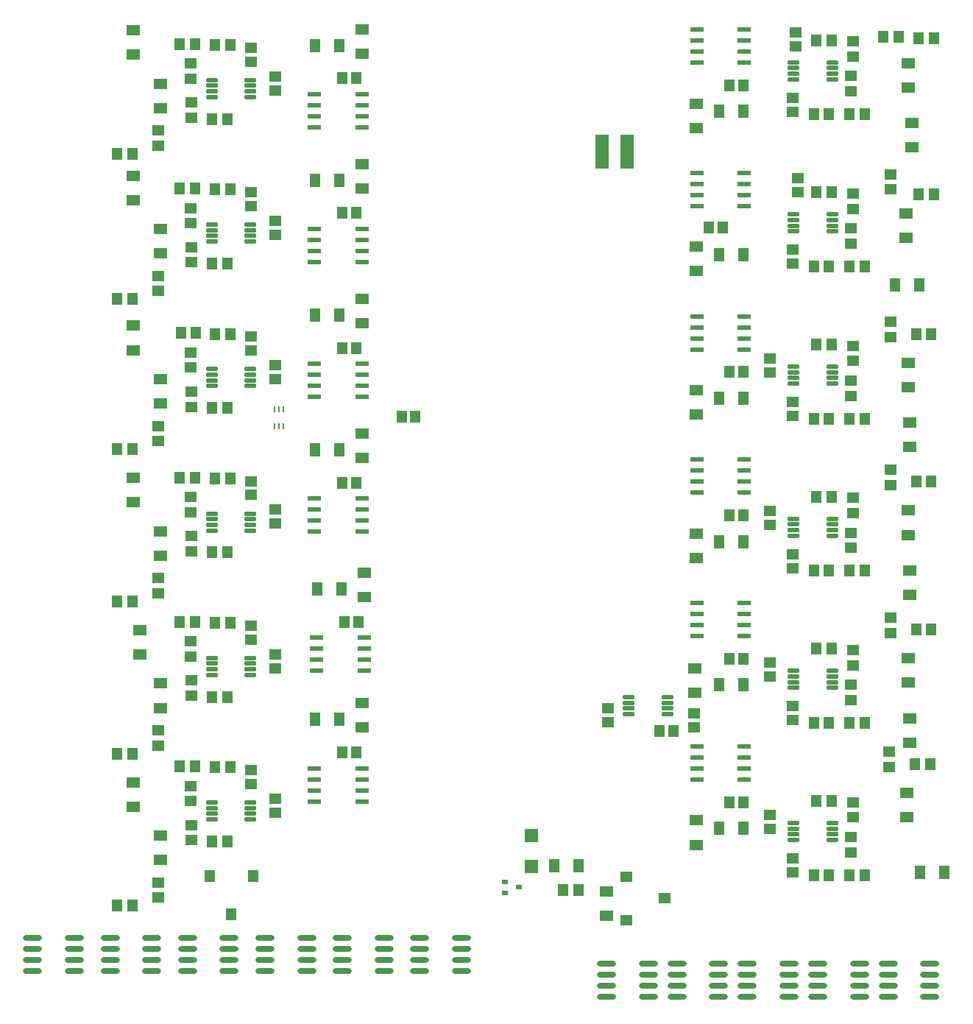
<source format=gbr>
%TF.GenerationSoftware,Altium Limited,Altium Designer,19.1.9 (167)*%
G04 Layer_Color=8421504*
%FSLAX26Y26*%
%MOIN*%
%TF.FileFunction,Paste,Top*%
%TF.Part,Single*%
G01*
G75*
%TA.AperFunction,SMDPad,CuDef*%
%ADD10R,0.062992X0.153543*%
%ADD11R,0.047244X0.055118*%
%ADD12R,0.010787X0.029654*%
%ADD13R,0.047244X0.064961*%
%ADD14R,0.045276X0.053150*%
%ADD15R,0.059843X0.023622*%
%ADD16R,0.031496X0.023622*%
G04:AMPARAMS|DCode=17|XSize=17.716mil|YSize=53.15mil|CornerRadius=1.949mil|HoleSize=0mil|Usage=FLASHONLY|Rotation=270.000|XOffset=0mil|YOffset=0mil|HoleType=Round|Shape=RoundedRectangle|*
%AMROUNDEDRECTD17*
21,1,0.017716,0.049252,0,0,270.0*
21,1,0.013819,0.053150,0,0,270.0*
1,1,0.003898,-0.024626,-0.006910*
1,1,0.003898,-0.024626,0.006910*
1,1,0.003898,0.024626,0.006910*
1,1,0.003898,0.024626,-0.006910*
%
%ADD17ROUNDEDRECTD17*%
%ADD18R,0.059055X0.059055*%
%ADD19R,0.055118X0.051181*%
%ADD20R,0.051181X0.055118*%
%ADD21R,0.055118X0.047244*%
%ADD22R,0.053150X0.045276*%
%ADD23R,0.064961X0.047244*%
%ADD24O,0.086614X0.023622*%
D10*
X2718504Y4165354D02*
D03*
X2832677D02*
D03*
D11*
X942676Y887512D02*
D03*
X1041101Y714283D02*
D03*
X1139527Y887512D02*
D03*
D12*
X1236221Y2999957D02*
D03*
X1255906D02*
D03*
X1275591D02*
D03*
Y2921303D02*
D03*
X1255906D02*
D03*
X1236221D02*
D03*
D13*
X3360630Y4348819D02*
D03*
X3250394D02*
D03*
X3360630Y1102362D02*
D03*
X3250394D02*
D03*
X1421260Y4645669D02*
D03*
X1531496D02*
D03*
X1421260Y4035433D02*
D03*
X1531496D02*
D03*
X1421260Y3425197D02*
D03*
X1531496D02*
D03*
X1421260Y2814961D02*
D03*
X1531496D02*
D03*
X3360630Y2400945D02*
D03*
X3250394D02*
D03*
X1431102Y2185039D02*
D03*
X1541339D02*
D03*
X3360630Y3699528D02*
D03*
X3250394D02*
D03*
X1421260Y1594488D02*
D03*
X1531496D02*
D03*
X4161417Y901575D02*
D03*
X4271654D02*
D03*
X4157480Y3562992D02*
D03*
X4047244D02*
D03*
X2503937Y933071D02*
D03*
X2614173D02*
D03*
X3360630Y1751654D02*
D03*
X3250394D02*
D03*
X3360630Y3050236D02*
D03*
X3250394D02*
D03*
D14*
X3909646Y4335630D02*
D03*
X3840748D02*
D03*
X3748229Y890940D02*
D03*
X3679331D02*
D03*
X966535Y4648622D02*
D03*
X1035433D02*
D03*
X966535Y3994488D02*
D03*
X1035433D02*
D03*
X966535Y3340354D02*
D03*
X1035433D02*
D03*
X966535Y2686221D02*
D03*
X1035433D02*
D03*
X3748229Y2268816D02*
D03*
X3679331D02*
D03*
X966535Y2032087D02*
D03*
X1035433D02*
D03*
X3748229Y3646692D02*
D03*
X3679331D02*
D03*
X966535Y1377953D02*
D03*
X1035433D02*
D03*
X3691142Y1225586D02*
D03*
X3760039D02*
D03*
X954724Y4313976D02*
D03*
X1023622D02*
D03*
X954724Y3659843D02*
D03*
X1023622D02*
D03*
X954724Y3005709D02*
D03*
X1023622D02*
D03*
X954724Y2351575D02*
D03*
X1023622D02*
D03*
X3760039Y2603462D02*
D03*
X3691142D02*
D03*
X954724Y1697441D02*
D03*
X1023622D02*
D03*
X3760039Y3981338D02*
D03*
X3691142D02*
D03*
X954724Y1043307D02*
D03*
X1023622D02*
D03*
X3909646Y890940D02*
D03*
X3840748D02*
D03*
X876968Y4652559D02*
D03*
X808071D02*
D03*
Y3998425D02*
D03*
X876968D02*
D03*
X812008Y3346457D02*
D03*
X880905D02*
D03*
X808071Y2690158D02*
D03*
X876968D02*
D03*
X3840748Y2268816D02*
D03*
X3909646D02*
D03*
X808071Y2036024D02*
D03*
X876968D02*
D03*
X3840748Y3646692D02*
D03*
X3909646D02*
D03*
X808071Y1381890D02*
D03*
X876968D02*
D03*
X593504Y4157480D02*
D03*
X524606D02*
D03*
X593504Y3498032D02*
D03*
X524606D02*
D03*
X593504Y2818898D02*
D03*
X524606D02*
D03*
X593504Y2129921D02*
D03*
X524606D02*
D03*
X593504Y1440945D02*
D03*
X524606D02*
D03*
X593504Y751968D02*
D03*
X524606D02*
D03*
X4136811Y1393701D02*
D03*
X4205709D02*
D03*
X4142717Y2001968D02*
D03*
X4211614D02*
D03*
Y2671260D02*
D03*
X4142717D02*
D03*
X4211614Y3340551D02*
D03*
X4142717D02*
D03*
X4223425Y3972441D02*
D03*
X4154528D02*
D03*
X4223425Y4681102D02*
D03*
X4154528D02*
D03*
X3993110Y4685039D02*
D03*
X4062008D02*
D03*
X2613189Y822835D02*
D03*
X2544291D02*
D03*
X3748229Y1579878D02*
D03*
X3679331D02*
D03*
X3748229Y2957754D02*
D03*
X3679331D02*
D03*
X3748229Y4335630D02*
D03*
X3679331D02*
D03*
X3691142Y1914524D02*
D03*
X3760039D02*
D03*
X3691142Y3292400D02*
D03*
X3760039D02*
D03*
X3691142Y4670276D02*
D03*
X3760039D02*
D03*
X3909646Y1579878D02*
D03*
X3840748D02*
D03*
X3909646Y2957754D02*
D03*
X3840748D02*
D03*
D15*
X3149347Y4719094D02*
D03*
Y4669094D02*
D03*
Y4619094D02*
D03*
Y4569094D02*
D03*
X3365095Y4719094D02*
D03*
Y4669094D02*
D03*
Y4619094D02*
D03*
Y4569094D02*
D03*
X3149347Y1472638D02*
D03*
Y1422638D02*
D03*
Y1372638D02*
D03*
Y1322638D02*
D03*
X3365095Y1472638D02*
D03*
Y1422638D02*
D03*
Y1372638D02*
D03*
Y1322638D02*
D03*
X1632543Y4275394D02*
D03*
Y4325394D02*
D03*
Y4375394D02*
D03*
Y4425394D02*
D03*
X1416795Y4275394D02*
D03*
Y4325394D02*
D03*
Y4375394D02*
D03*
Y4425394D02*
D03*
X1632543Y3665157D02*
D03*
Y3715157D02*
D03*
Y3765157D02*
D03*
Y3815157D02*
D03*
X1416795Y3665157D02*
D03*
Y3715157D02*
D03*
Y3765157D02*
D03*
Y3815157D02*
D03*
X1632543Y3054921D02*
D03*
Y3104921D02*
D03*
Y3154921D02*
D03*
Y3204921D02*
D03*
X1416795Y3054921D02*
D03*
Y3104921D02*
D03*
Y3154921D02*
D03*
Y3204921D02*
D03*
X1632543Y2444685D02*
D03*
Y2494685D02*
D03*
Y2544685D02*
D03*
Y2594685D02*
D03*
X1416795Y2444685D02*
D03*
Y2494685D02*
D03*
Y2544685D02*
D03*
Y2594685D02*
D03*
X3149347Y2771220D02*
D03*
Y2721220D02*
D03*
Y2671220D02*
D03*
Y2621220D02*
D03*
X3365095Y2771220D02*
D03*
Y2721220D02*
D03*
Y2671220D02*
D03*
Y2621220D02*
D03*
X1642386Y1814764D02*
D03*
Y1864764D02*
D03*
Y1914764D02*
D03*
Y1964764D02*
D03*
X1426638Y1814764D02*
D03*
Y1864764D02*
D03*
Y1914764D02*
D03*
Y1964764D02*
D03*
X3149347Y4069803D02*
D03*
Y4019803D02*
D03*
Y3969803D02*
D03*
Y3919803D02*
D03*
X3365095Y4069803D02*
D03*
Y4019803D02*
D03*
Y3969803D02*
D03*
Y3919803D02*
D03*
X1632543Y1224213D02*
D03*
Y1274213D02*
D03*
Y1324213D02*
D03*
Y1374213D02*
D03*
X1416795Y1224213D02*
D03*
Y1274213D02*
D03*
Y1324213D02*
D03*
Y1374213D02*
D03*
X3149347Y2121929D02*
D03*
Y2071929D02*
D03*
Y2021929D02*
D03*
Y1971929D02*
D03*
X3365095Y2121929D02*
D03*
Y2071929D02*
D03*
Y2021929D02*
D03*
Y1971929D02*
D03*
X3149347Y3420512D02*
D03*
Y3370512D02*
D03*
Y3320512D02*
D03*
Y3270512D02*
D03*
X3365095Y3420512D02*
D03*
Y3370512D02*
D03*
Y3320512D02*
D03*
Y3270512D02*
D03*
D16*
X2342520Y834646D02*
D03*
X2279528Y809055D02*
D03*
Y860236D02*
D03*
D17*
X3586811Y4494094D02*
D03*
X3762008D02*
D03*
Y4519685D02*
D03*
Y4545275D02*
D03*
Y4570866D02*
D03*
X3586811Y4519685D02*
D03*
Y4545275D02*
D03*
Y4570866D02*
D03*
Y1049404D02*
D03*
X3762008D02*
D03*
Y1074995D02*
D03*
Y1100585D02*
D03*
Y1126176D02*
D03*
X3586811Y1074995D02*
D03*
Y1100585D02*
D03*
Y1126176D02*
D03*
X1127953Y4490158D02*
D03*
X952756D02*
D03*
Y4464567D02*
D03*
Y4438976D02*
D03*
Y4413386D02*
D03*
X1127953Y4464567D02*
D03*
Y4438976D02*
D03*
Y4413386D02*
D03*
Y3836024D02*
D03*
X952756D02*
D03*
Y3810433D02*
D03*
Y3784843D02*
D03*
Y3759252D02*
D03*
X1127953Y3810433D02*
D03*
Y3784843D02*
D03*
Y3759252D02*
D03*
Y3181890D02*
D03*
X952756D02*
D03*
Y3156299D02*
D03*
Y3130709D02*
D03*
Y3105118D02*
D03*
X1127953Y3156299D02*
D03*
Y3130709D02*
D03*
Y3105118D02*
D03*
Y2527756D02*
D03*
X952756D02*
D03*
Y2502166D02*
D03*
Y2476575D02*
D03*
Y2450985D02*
D03*
X1127953Y2502166D02*
D03*
Y2476575D02*
D03*
Y2450985D02*
D03*
X3586811Y2427280D02*
D03*
X3762008D02*
D03*
Y2452871D02*
D03*
Y2478461D02*
D03*
Y2504052D02*
D03*
X3586811Y2452871D02*
D03*
Y2478461D02*
D03*
Y2504052D02*
D03*
X1127953Y1873622D02*
D03*
X952756D02*
D03*
Y1848032D02*
D03*
Y1822441D02*
D03*
Y1796851D02*
D03*
X1127953Y1848032D02*
D03*
Y1822441D02*
D03*
Y1796851D02*
D03*
X3586811Y3805156D02*
D03*
X3762008D02*
D03*
Y3830747D02*
D03*
Y3856338D02*
D03*
Y3881928D02*
D03*
X3586811Y3830747D02*
D03*
Y3856338D02*
D03*
Y3881928D02*
D03*
X1127953Y1219489D02*
D03*
X952756D02*
D03*
Y1193898D02*
D03*
Y1168307D02*
D03*
Y1142717D02*
D03*
X1127953Y1193898D02*
D03*
Y1168307D02*
D03*
Y1142717D02*
D03*
X3016732Y1619094D02*
D03*
Y1644685D02*
D03*
Y1670275D02*
D03*
X2841535Y1619094D02*
D03*
Y1644685D02*
D03*
Y1670275D02*
D03*
Y1695866D02*
D03*
X3016732D02*
D03*
X3586811Y1738342D02*
D03*
X3762008D02*
D03*
Y1763933D02*
D03*
Y1789524D02*
D03*
Y1815114D02*
D03*
X3586811Y1763933D02*
D03*
Y1789524D02*
D03*
Y1815114D02*
D03*
Y3116218D02*
D03*
X3762008D02*
D03*
Y3141809D02*
D03*
Y3167400D02*
D03*
Y3192990D02*
D03*
X3586811Y3141809D02*
D03*
Y3167400D02*
D03*
Y3192990D02*
D03*
D18*
X2401575Y1068898D02*
D03*
Y931102D02*
D03*
D19*
X3583858Y965743D02*
D03*
Y902751D02*
D03*
X1130905Y4573819D02*
D03*
Y4636811D02*
D03*
Y3919685D02*
D03*
Y3982677D02*
D03*
Y3265551D02*
D03*
Y3328543D02*
D03*
Y2611418D02*
D03*
Y2674410D02*
D03*
X3583858Y2343619D02*
D03*
Y2280627D02*
D03*
X1130905Y1957284D02*
D03*
Y2020276D02*
D03*
X3583858Y3721495D02*
D03*
Y3658503D02*
D03*
X1130905Y1303150D02*
D03*
Y1366142D02*
D03*
X3481496Y1099601D02*
D03*
Y1162593D02*
D03*
X1241141Y4506890D02*
D03*
Y4443898D02*
D03*
Y3852756D02*
D03*
Y3789764D02*
D03*
Y3198622D02*
D03*
Y3135630D02*
D03*
Y2544488D02*
D03*
Y2481496D02*
D03*
X3481496Y2477477D02*
D03*
Y2540469D02*
D03*
X1241141Y1890355D02*
D03*
Y1827362D02*
D03*
X3606299Y4047244D02*
D03*
Y3984252D02*
D03*
X1241141Y1236221D02*
D03*
Y1173229D02*
D03*
X2748032Y1582677D02*
D03*
Y1645669D02*
D03*
X3137795Y1559055D02*
D03*
Y1622047D02*
D03*
X3583858Y1654681D02*
D03*
Y1591689D02*
D03*
Y3032557D02*
D03*
Y2969565D02*
D03*
Y4410433D02*
D03*
Y4347441D02*
D03*
X3481496Y1788539D02*
D03*
Y1851531D02*
D03*
Y3166415D02*
D03*
Y3229407D02*
D03*
X3598425Y4704724D02*
D03*
Y4641732D02*
D03*
D20*
X2980315Y1543307D02*
D03*
X3043307D02*
D03*
X3297638Y1220473D02*
D03*
X3360630D02*
D03*
X1606299Y4498031D02*
D03*
X1543307D02*
D03*
X1606299Y3887795D02*
D03*
X1543307D02*
D03*
X1606299Y3277559D02*
D03*
X1543307D02*
D03*
X1606299Y2667323D02*
D03*
X1543307D02*
D03*
X3297638Y2519055D02*
D03*
X3360630D02*
D03*
X1616142Y2037402D02*
D03*
X1553150D02*
D03*
X3204724Y3822835D02*
D03*
X3267716D02*
D03*
X1606299Y1446850D02*
D03*
X1543307D02*
D03*
X1812008Y2967520D02*
D03*
X1875000D02*
D03*
X3297638Y1869764D02*
D03*
X3360630D02*
D03*
X3297638Y3168347D02*
D03*
X3360630D02*
D03*
X3297638Y4466929D02*
D03*
X3360630D02*
D03*
D21*
X2829024Y883621D02*
D03*
X3002252Y785196D02*
D03*
X2829024Y686771D02*
D03*
D22*
X3855512Y1220664D02*
D03*
Y1151767D02*
D03*
X859252Y4318898D02*
D03*
Y4387795D02*
D03*
Y3664764D02*
D03*
Y3733662D02*
D03*
Y3010630D02*
D03*
Y3079528D02*
D03*
Y2356496D02*
D03*
Y2425394D02*
D03*
X3855512Y2598540D02*
D03*
Y2529643D02*
D03*
X859252Y1702362D02*
D03*
Y1771260D02*
D03*
X3855512Y3976416D02*
D03*
Y3907519D02*
D03*
X859252Y1048229D02*
D03*
Y1117126D02*
D03*
X3847638Y994286D02*
D03*
Y1063184D02*
D03*
X856299Y4564960D02*
D03*
Y4496063D02*
D03*
Y3910827D02*
D03*
Y3841929D02*
D03*
Y3256693D02*
D03*
Y3187795D02*
D03*
Y2602559D02*
D03*
Y2533661D02*
D03*
X3847638Y2372162D02*
D03*
Y2441060D02*
D03*
X856299Y1948425D02*
D03*
Y1879527D02*
D03*
X3847638Y3750038D02*
D03*
Y3818936D02*
D03*
X856299Y1294291D02*
D03*
Y1225394D02*
D03*
X708662Y4262795D02*
D03*
Y4193898D02*
D03*
Y3603346D02*
D03*
Y3534449D02*
D03*
Y2924213D02*
D03*
Y2855315D02*
D03*
Y2235236D02*
D03*
Y2166338D02*
D03*
Y1546260D02*
D03*
Y1477362D02*
D03*
Y857283D02*
D03*
Y788386D02*
D03*
X4021654Y1378937D02*
D03*
Y1447834D02*
D03*
X4027559Y1987205D02*
D03*
Y2056102D02*
D03*
Y2725394D02*
D03*
Y2656496D02*
D03*
Y3394685D02*
D03*
Y3325787D02*
D03*
Y4063976D02*
D03*
Y3995079D02*
D03*
X3855512Y1909602D02*
D03*
Y1840705D02*
D03*
Y3287478D02*
D03*
Y3218581D02*
D03*
Y4665354D02*
D03*
Y4596457D02*
D03*
X3847638Y1683224D02*
D03*
Y1752122D02*
D03*
Y3061100D02*
D03*
Y3129998D02*
D03*
Y4438976D02*
D03*
Y4507874D02*
D03*
D23*
X3148032Y1137795D02*
D03*
Y1027559D02*
D03*
X1633858Y4610236D02*
D03*
Y4720472D02*
D03*
Y4000000D02*
D03*
Y4110236D02*
D03*
Y3389764D02*
D03*
Y3500000D02*
D03*
Y2779528D02*
D03*
Y2889764D02*
D03*
X3148032Y2436378D02*
D03*
Y2326142D02*
D03*
X1643701Y2149606D02*
D03*
Y2259843D02*
D03*
X3148032Y3734961D02*
D03*
Y3624724D02*
D03*
X1633858Y1559055D02*
D03*
Y1669291D02*
D03*
X598425Y4606299D02*
D03*
Y4716535D02*
D03*
Y3946850D02*
D03*
Y4057087D02*
D03*
Y3267716D02*
D03*
Y3377953D02*
D03*
Y2578740D02*
D03*
Y2688976D02*
D03*
X625984Y1889764D02*
D03*
Y2000000D02*
D03*
X598425Y1200787D02*
D03*
Y1311024D02*
D03*
X4114173Y1600394D02*
D03*
Y1490157D02*
D03*
Y2159449D02*
D03*
Y2269685D02*
D03*
Y2828740D02*
D03*
Y2938976D02*
D03*
X4122047Y4185039D02*
D03*
Y4295275D02*
D03*
X718504Y4364173D02*
D03*
Y4474409D02*
D03*
Y3704724D02*
D03*
Y3814961D02*
D03*
Y3025590D02*
D03*
Y3135827D02*
D03*
Y2336614D02*
D03*
Y2446850D02*
D03*
Y1647638D02*
D03*
Y1757874D02*
D03*
Y958661D02*
D03*
Y1068898D02*
D03*
X4101378Y1263779D02*
D03*
Y1153543D02*
D03*
X4107284Y1872047D02*
D03*
Y1761811D02*
D03*
Y2541338D02*
D03*
Y2431102D02*
D03*
Y3210630D02*
D03*
Y3100394D02*
D03*
X4098425Y3885827D02*
D03*
Y3775590D02*
D03*
X4105512Y4564961D02*
D03*
Y4454724D02*
D03*
X2740157Y814961D02*
D03*
Y704724D02*
D03*
X3139764Y1826772D02*
D03*
Y1716535D02*
D03*
X3148032Y3085669D02*
D03*
Y2975433D02*
D03*
Y4384252D02*
D03*
Y4274016D02*
D03*
D24*
X1192913Y606496D02*
D03*
Y556496D02*
D03*
Y506496D02*
D03*
Y456496D02*
D03*
X1381890Y606496D02*
D03*
Y556496D02*
D03*
Y506496D02*
D03*
Y456496D02*
D03*
X2740157Y488386D02*
D03*
Y438386D02*
D03*
Y388386D02*
D03*
Y338386D02*
D03*
X2929134Y488386D02*
D03*
Y438386D02*
D03*
Y388386D02*
D03*
Y338386D02*
D03*
X141732Y606496D02*
D03*
Y556496D02*
D03*
Y506496D02*
D03*
Y456496D02*
D03*
X330709Y606496D02*
D03*
Y556496D02*
D03*
Y506496D02*
D03*
Y456496D02*
D03*
X3696850Y488386D02*
D03*
Y438386D02*
D03*
Y388386D02*
D03*
Y338386D02*
D03*
X3885827Y488386D02*
D03*
Y438386D02*
D03*
Y388386D02*
D03*
Y338386D02*
D03*
X1543307Y606496D02*
D03*
Y556496D02*
D03*
Y506496D02*
D03*
Y456496D02*
D03*
X1732284Y606496D02*
D03*
Y556496D02*
D03*
Y506496D02*
D03*
Y456496D02*
D03*
X3059055Y488386D02*
D03*
Y438386D02*
D03*
Y388386D02*
D03*
Y338386D02*
D03*
X3248032Y488386D02*
D03*
Y438386D02*
D03*
Y388386D02*
D03*
Y338386D02*
D03*
X492126Y606496D02*
D03*
Y556496D02*
D03*
Y506496D02*
D03*
Y456496D02*
D03*
X681102Y606496D02*
D03*
Y556496D02*
D03*
Y506496D02*
D03*
Y456496D02*
D03*
X4015748Y488386D02*
D03*
Y438386D02*
D03*
Y388386D02*
D03*
Y338386D02*
D03*
X4204724Y488386D02*
D03*
Y438386D02*
D03*
Y388386D02*
D03*
Y338386D02*
D03*
X1893701Y606496D02*
D03*
Y556496D02*
D03*
Y506496D02*
D03*
Y456496D02*
D03*
X2082677Y606496D02*
D03*
Y556496D02*
D03*
Y506496D02*
D03*
Y456496D02*
D03*
X3377953Y488386D02*
D03*
Y438386D02*
D03*
Y388386D02*
D03*
Y338386D02*
D03*
X3566929Y488386D02*
D03*
Y438386D02*
D03*
Y388386D02*
D03*
Y338386D02*
D03*
X842520Y606496D02*
D03*
Y556496D02*
D03*
Y506496D02*
D03*
Y456496D02*
D03*
X1031496Y606496D02*
D03*
Y556496D02*
D03*
Y506496D02*
D03*
Y456496D02*
D03*
%TF.MD5,be5281df8ef3dcc425bbbfea166d7ae0*%
M02*

</source>
